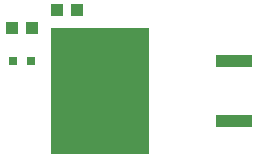
<source format=gbr>
G04 EAGLE Gerber RS-274X export*
G75*
%MOMM*%
%FSLAX34Y34*%
%LPD*%
%INSolderpaste Top*%
%IPPOS*%
%AMOC8*
5,1,8,0,0,1.08239X$1,22.5*%
G01*
%ADD10R,0.800000X0.800000*%
%ADD11R,1.000000X1.100000*%
%ADD12R,3.050000X1.016000*%
%ADD13R,8.380000X10.660000*%


D10*
X40919Y228600D03*
X55919Y228600D03*
D11*
X56919Y257175D03*
X39919Y257175D03*
X77860Y272288D03*
X94860Y272288D03*
D12*
X227806Y177800D03*
D13*
X114756Y203200D03*
D12*
X227806Y228600D03*
M02*

</source>
